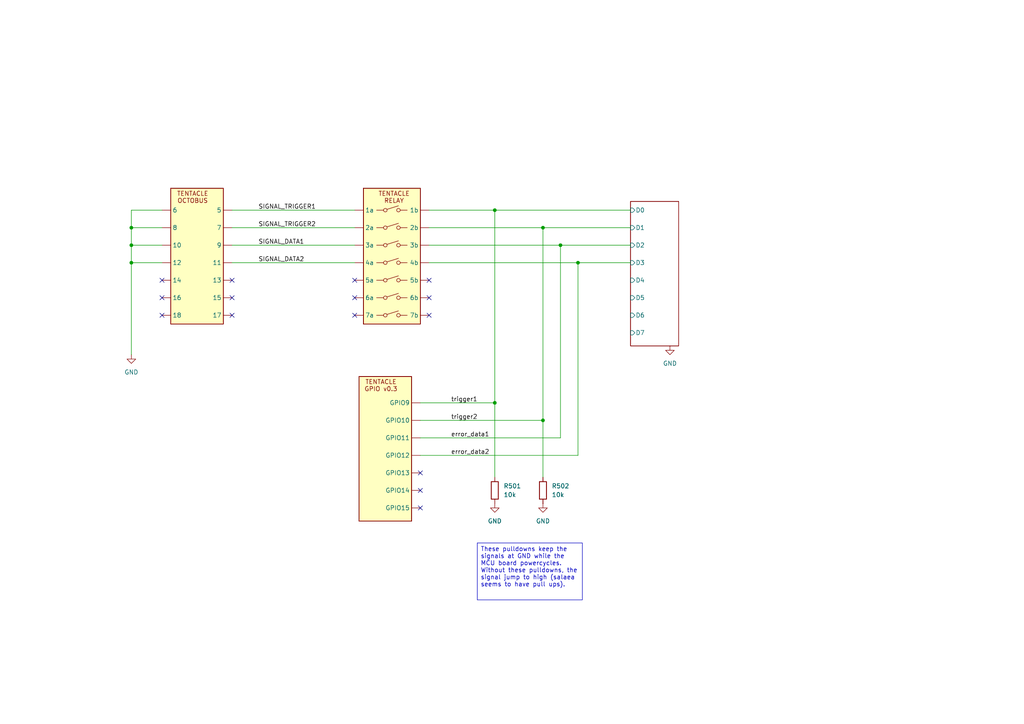
<source format=kicad_sch>
(kicad_sch (version 20231120) (generator "eeschema") (generator_version "8.0")
  (paper "A4")
  (title_block (title "tentacle_DAQ_saleae") (date "2024-07-16") (company "Hans Märki, Märki Informatik") (comment 1 "The MIT License (MIT)"))
  (lib_symbols
    (symbol "00_project_library:tentacle_octobus" (pin_numbers hide)
      (property "Reference" "T" (at -27.432 29.718 0))
      (property "Value" "tentacle_octobus" (at 1.27 3.81 0))
      (symbol "tentacle_octobus_1_1"
        (rectangle (start 0 0) (end 15.24 -39.37) (stroke (width 0.254)) (fill (type background)))
        (text "TENTACLE\nOCTOBUS" (at 6.35 -2.54 0) (effects (font (size 1.27 1.27))))
        (pin passive line (at -2.54 -16.51 0) (length 2.54) (name "10") (number "10"))
        (pin passive line (at 17.78 -21.59 180) (length 2.54) (name "11") (number "11"))
        (pin passive line (at -2.54 -21.59 0) (length 2.54) (name "12") (number "12"))
        (pin passive line (at 17.78 -26.67 180) (length 2.54) (name "13") (number "13"))
        (pin passive line (at -2.54 -26.67 0) (length 2.54) (name "14") (number "14"))
        (pin passive line (at 17.78 -31.75 180) (length 2.54) (name "15") (number "15"))
        (pin passive line (at -2.54 -31.75 0) (length 2.54) (name "16") (number "16"))
        (pin passive line (at 17.78 -36.83 180) (length 2.54) (name "17") (number "17"))
        (pin passive line (at -2.54 -36.83 0) (length 2.54) (name "18") (number "18"))
        (pin passive line (at 17.78 -6.35 180) (length 2.54) (name "5") (number "5"))
        (pin passive line (at -2.54 -6.35 0) (length 2.54) (name "6") (number "6"))
        (pin passive line (at 17.78 -11.43 180) (length 2.54) (name "7") (number "7"))
        (pin passive line (at -2.54 -11.43 0) (length 2.54) (name "8") (number "8"))
        (pin passive line (at 17.78 -16.51 180) (length 2.54) (name "9") (number "9"))
      )
    )
    (symbol "00_project_library:tentacle_relay" (pin_numbers hide)
      (property "Reference" "T" (at -27.432 29.718 0))
      (property "Value" "tentacle_relay" (at 3.81 2.54 0))
      (symbol "tentacle_relay_0_1"
        (polyline (pts (xy 5.842 -36.83) (xy 3.81 -36.83)))
        (polyline (pts (xy 5.842 -31.75) (xy 3.81 -31.75)))
        (polyline (pts (xy 5.842 -26.67) (xy 3.81 -26.67)))
        (polyline (pts (xy 5.842 -21.59) (xy 3.81 -21.59)))
        (polyline (pts (xy 5.842 -16.51) (xy 3.81 -16.51)))
        (polyline (pts (xy 5.842 -11.43) (xy 3.81 -11.43)))
        (polyline (pts (xy 5.842 -6.35) (xy 3.81 -6.35)))
        (polyline (pts (xy 6.858 -36.576) (xy 10.16 -35.56)))
        (polyline (pts (xy 6.858 -31.496) (xy 10.16 -30.48)))
        (polyline (pts (xy 6.858 -26.416) (xy 10.16 -25.4)))
        (polyline (pts (xy 6.858 -21.336) (xy 10.16 -20.32)))
        (polyline (pts (xy 6.858 -16.256) (xy 10.16 -15.24)))
        (polyline (pts (xy 6.858 -11.176) (xy 10.16 -10.16)))
        (polyline (pts (xy 6.858 -6.096) (xy 10.16 -5.08)))
        (polyline (pts (xy 12.7 -36.83) (xy 10.668 -36.83)))
        (polyline (pts (xy 12.7 -31.75) (xy 10.668 -31.75)))
        (polyline (pts (xy 12.7 -26.67) (xy 10.668 -26.67)))
        (polyline (pts (xy 12.7 -21.59) (xy 10.668 -21.59)))
        (polyline (pts (xy 12.7 -16.51) (xy 10.668 -16.51)))
        (polyline (pts (xy 12.7 -11.43) (xy 10.668 -11.43)))
        (polyline (pts (xy 12.7 -6.35) (xy 10.668 -6.35)))
        (circle (center 6.35 -36.83) (radius 0.508))
        (circle (center 6.35 -31.75) (radius 0.508))
        (circle (center 6.35 -26.67) (radius 0.508))
        (circle (center 6.35 -21.59) (radius 0.508))
        (circle (center 6.35 -16.51) (radius 0.508))
        (circle (center 6.35 -11.43) (radius 0.508))
        (circle (center 6.35 -6.35) (radius 0.508))
        (circle (center 10.16 -36.83) (radius 0.508))
        (circle (center 10.16 -31.75) (radius 0.508))
        (circle (center 10.16 -26.67) (radius 0.508))
        (circle (center 10.16 -21.59) (radius 0.508))
        (circle (center 10.16 -16.51) (radius 0.508))
        (circle (center 10.16 -11.43) (radius 0.508))
        (circle (center 10.16 -6.35) (radius 0.508))
      )
      (symbol "tentacle_relay_1_1"
        (rectangle (start 0 0) (end 16.51 -39.37) (stroke (width 0.254)) (fill (type background)))
        (text "TENTACLE\nRELAY" (at 8.89 -2.54 0) (effects (font (size 1.27 1.27))))
        (pin passive line (at -2.54 -6.35 0) (length 2.54) (name "1a") (number ""))
        (pin passive line (at 19.05 -6.35 180) (length 2.54) (name "1b") (number ""))
        (pin passive line (at -2.54 -11.43 0) (length 2.54) (name "2a") (number ""))
        (pin passive line (at 19.05 -11.43 180) (length 2.54) (name "2b") (number ""))
        (pin passive line (at -2.54 -16.51 0) (length 2.54) (name "3a") (number ""))
        (pin passive line (at 19.05 -16.51 180) (length 2.54) (name "3b") (number ""))
        (pin passive line (at -2.54 -21.59 0) (length 2.54) (name "4a") (number ""))
        (pin passive line (at 19.05 -21.59 180) (length 2.54) (name "4b") (number ""))
        (pin passive line (at -2.54 -26.67 0) (length 2.54) (name "5a") (number ""))
        (pin passive line (at 19.05 -26.67 180) (length 2.54) (name "5b") (number ""))
        (pin passive line (at -2.54 -31.75 0) (length 2.54) (name "6a") (number ""))
        (pin passive line (at 19.05 -31.75 180) (length 2.54) (name "6b") (number ""))
        (pin passive line (at -2.54 -36.83 0) (length 2.54) (name "7a") (number ""))
        (pin passive line (at 19.05 -36.83 180) (length 2.54) (name "7b") (number ""))
      )
    )
    (symbol "00_project_library:tentacle_v03_gpio" (pin_numbers hide)
      (property "Reference" "T" (at -27.432 29.718 0))
      (property "Value" "tentacle" (at 1.27 41.91 0))
      (symbol "tentacle_v03_gpio_1_1"
        (rectangle (start 0 0) (end 15.24 -41.91) (stroke (width 0.254)) (fill (type background)))
        (text "TENTACLE\nGPIO v0.3" (at 6.35 -2.54 0) (effects (font (size 1.27 1.27))))
        (pin passive line (at 17.78 -12.7 180) (length 2.54) (name "GPIO10") (number ""))
        (pin passive line (at 17.78 -17.78 180) (length 2.54) (name "GPIO11") (number ""))
        (pin passive line (at 17.78 -22.86 180) (length 2.54) (name "GPIO12") (number ""))
        (pin passive line (at 17.78 -27.94 180) (length 2.54) (name "GPIO13") (number ""))
        (pin passive line (at 17.78 -33.02 180) (length 2.54) (name "GPIO14") (number ""))
        (pin passive line (at 17.78 -38.1 180) (length 2.54) (name "GPIO15") (number ""))
        (pin passive line (at 17.78 -7.62 180) (length 2.54) (name "GPIO9") (number ""))
      )
    )
    (symbol "Device:R" (pin_numbers hide) (pin_names (offset 0))
      (property "Reference" "R" (at 2.032 0 90))
      (property "Value" "R" (at 0 0 90))
      (symbol "R_0_1"
        (rectangle (start -1.016 -2.54) (end 1.016 2.54) (stroke (width 0.254)))
      )
      (symbol "R_1_1"
        (pin passive line (at 0 3.81 270) (length 1.27) (name "~") (number "1"))
        (pin passive line (at 0 -3.81 90) (length 1.27) (name "~") (number "2"))
      )
    )
    (symbol "power:GND" (power) (pin_numbers hide) (pin_names (offset 0) hide)
      (property "Value" "GND" (at 0 -3.81 0))
      (symbol "GND_0_1"
        (polyline (pts (xy 0 0) (xy 0 -1.27) (xy 1.27 -1.27) (xy 0 -2.54) (xy -1.27 -1.27) (xy 0 -1.27)))
      )
      (symbol "GND_1_1"
        (pin power_in line (at 0 0 270) (length 0) (name "~") (number "1"))
      )
    )
  )
  (junction (at 38.1 71.12))
  (junction (at 157.48 121.92))
  (junction (at 143.51 116.84))
  (junction (at 162.56 71.12))
  (junction (at 38.1 66.04))
  (junction (at 167.64 76.2))
  (junction (at 143.51 60.96))
  (junction (at 157.48 66.04))
  (junction (at 38.1 76.2))
  (no_connect (at 67.31 91.44))
  (no_connect (at 46.99 86.36))
  (no_connect (at 102.87 86.36))
  (no_connect (at 124.46 86.36))
  (no_connect (at 67.31 86.36))
  (no_connect (at 124.46 81.28))
  (no_connect (at 121.92 147.32))
  (no_connect (at 102.87 91.44))
  (no_connect (at 46.99 81.28))
  (no_connect (at 121.92 142.24))
  (no_connect (at 124.46 91.44))
  (no_connect (at 121.92 137.16))
  (no_connect (at 67.31 81.28))
  (no_connect (at 46.99 91.44))
  (no_connect (at 102.87 81.28))
  (wire (pts (xy 167.64 132.08) (xy 167.64 76.2)))
  (wire (pts (xy 38.1 76.2) (xy 38.1 102.87)))
  (wire (pts (xy 124.46 60.96) (xy 143.51 60.96)))
  (wire (pts (xy 167.64 76.2) (xy 182.88 76.2)))
  (wire (pts (xy 157.48 121.92) (xy 157.48 66.04)))
  (wire (pts (xy 38.1 76.2) (xy 46.99 76.2)))
  (wire (pts (xy 121.92 127) (xy 162.56 127)))
  (wire (pts (xy 121.92 121.92) (xy 157.48 121.92)))
  (wire (pts (xy 121.92 132.08) (xy 167.64 132.08)))
  (wire (pts (xy 162.56 71.12) (xy 162.56 127)))
  (wire (pts (xy 143.51 60.96) (xy 143.51 116.84)))
  (wire (pts (xy 38.1 60.96) (xy 38.1 66.04)))
  (wire (pts (xy 38.1 66.04) (xy 46.99 66.04)))
  (wire (pts (xy 162.56 71.12) (xy 182.88 71.12)))
  (wire (pts (xy 38.1 71.12) (xy 38.1 76.2)))
  (wire (pts (xy 157.48 66.04) (xy 182.88 66.04)))
  (wire (pts (xy 67.31 66.04) (xy 102.87 66.04)))
  (wire (pts (xy 46.99 60.96) (xy 38.1 60.96)))
  (wire (pts (xy 124.46 71.12) (xy 162.56 71.12)))
  (wire (pts (xy 67.31 76.2) (xy 102.87 76.2)))
  (wire (pts (xy 124.46 66.04) (xy 157.48 66.04)))
  (wire (pts (xy 143.51 116.84) (xy 143.51 138.43)))
  (wire (pts (xy 67.31 60.96) (xy 102.87 60.96)))
  (wire (pts (xy 67.31 71.12) (xy 102.87 71.12)))
  (wire (pts (xy 157.48 138.43) (xy 157.48 121.92)))
  (wire (pts (xy 38.1 71.12) (xy 46.99 71.12)))
  (wire (pts (xy 143.51 60.96) (xy 182.88 60.96)))
  (wire (pts (xy 121.92 116.84) (xy 143.51 116.84)))
  (wire (pts (xy 38.1 66.04) (xy 38.1 71.12)))
  (wire (pts (xy 124.46 76.2) (xy 167.64 76.2)))
  (text_box "These pulldowns keep the signals at GND while the MCU board powercycles.\nWithout these pulldowns, the signal jump to high (salaea seems to have pull ups)." (at 138.43 157.48 0) (size 30.48 16.51) (effects (font (size 1.27 1.27)) (justify left top)))
  (text "${SHEETNAME}" (at 53.848 29.718 0) (effects (font (size 2.54 2.54) (thickness 0.508) (bold yes))))
  (label "error_data1" (at 130.81 127 0))
  (label "SIGNAL_TRIGGER2" (at 74.93 66.04 0))
  (label "trigger1" (at 130.81 116.84 0))
  (label "error_data2" (at 130.81 132.08 0))
  (label "trigger2" (at 130.81 121.92 0))
  (label "SIGNAL_DATA2" (at 74.93 76.2 0))
  (label "SIGNAL_DATA1" (at 74.93 71.12 0))
  (label "SIGNAL_TRIGGER1" (at 74.93 60.96 0))
  (symbol (lib_id "00_project_library:tentacle_octobus") (at 49.53 54.61 0) (unit 1)
    (property "Reference" "T901" (effects (hide yes)))
    (property "Value" "tentacle" (effects (hide yes)))
  )
  (symbol (lib_id "00_project_library:tentacle_v03_gpio") (at 104.14 109.22 0) (unit 1)
    (property "Reference" "T902" (effects (hide yes)))
    (property "Value" "tentacle" (effects (hide yes)))
  )
  (symbol (lib_id "00_project_library:tentacle_relay") (at 105.41 54.61 0) (unit 1)
    (property "Reference" "T903" (effects (hide yes)))
    (property "Value" "tentacle" (effects (hide yes)))
  )
  (symbol (lib_id "power:GND") (at 157.48 146.05 0) (unit 1)
    (property "Reference" "#PWR0502" (effects (hide yes)))
    (property "Value" "GND" (at 157.48 151.13 0))
    (property "Description" "Power symbol creates a global label with name \"GND\" , ground" (effects (hide yes)))
  )
  (symbol (lib_id "power:GND") (at 143.51 146.05 0) (unit 1)
    (property "Reference" "#PWR0501" (effects (hide yes)))
    (property "Value" "GND" (at 143.51 151.13 0))
    (property "Description" "Power symbol creates a global label with name \"GND\" , ground" (effects (hide yes)))
  )
  (symbol (lib_id "power:GND") (at 194.31 100.33 0) (unit 1)
    (property "Reference" "#PWR0503" (effects (hide yes)))
    (property "Value" "GND" (at 194.31 105.41 0))
    (property "Description" "Power symbol creates a global label with name \"GND\" , ground" (effects (hide yes)))
  )
  (symbol (lib_id "Device:R") (at 157.48 142.24 0) (unit 1)
    (property "Reference" "R502" (at 160.02 140.9699 0) (effects (justify left)))
    (property "Value" "10k" (at 160.02 143.5099 0) (effects (justify left)))
    (property "Description" "Resistor" (effects (hide yes)))
  )
  (symbol (lib_id "Device:R") (at 143.51 142.24 0) (unit 1)
    (property "Reference" "R501" (at 146.05 140.9699 0) (effects (justify left)))
    (property "Value" "10k" (at 146.05 143.5099 0) (effects (justify left)))
    (property "Description" "Resistor" (effects (hide yes)))
  )
  (symbol (lib_id "power:GND") (at 38.1 102.87 0) (unit 1)
    (property "Reference" "#PWR0901" (effects (hide yes)))
    (property "Value" "GND" (at 38.1 107.95 0))
    (property "Description" "Power symbol creates a global label with name \"GND\" , ground" (effects (hide yes)))
  )
  (sheet (at 182.88 58.42) (size 13.97 41.91) (stroke (width 0.1524))
    (property "Sheetname" "daq3" (effects (hide yes)))
    (property "Sheetfile" "device_potpourry_daq.kicad_sch" (effects (hide yes)))
    (pin "D0" input (at 182.88 60.96 180))
    (pin "D1" input (at 182.88 66.04 180))
    (pin "D2" input (at 182.88 71.12 180))
    (pin "D3" input (at 182.88 76.2 180))
    (pin "D6" input (at 182.88 91.44 180))
    (pin "D4" input (at 182.88 81.28 180))
    (pin "D5" input (at 182.88 86.36 180))
    (pin "D7" input (at 182.88 96.52 180))
  )
)
</source>
